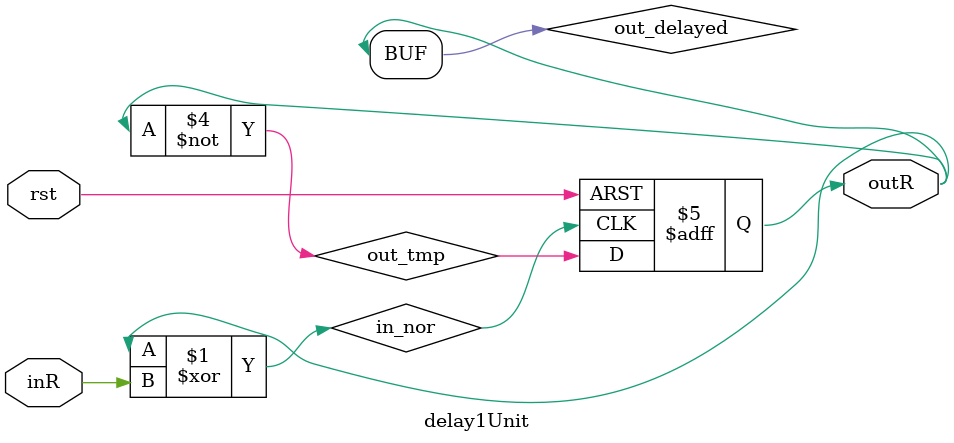
<source format=v>
`timescale 1ns / 1ps


(*dont_touch = "true"*)module delay1Unit(
	inR, outR, rst
    );
	input   rst;
	input	inR;
	output	outR;
	
	wire	in_nor, out_delayed, out_tmp;
    reg    outR;

assign in_nor = out_delayed ^ inR;

always @(posedge in_nor or negedge rst)
begin
  if(!rst)
    outR <= 1'b0;
  else
    outR <= out_tmp;
end

assign out_tmp = ~outR;
assign out_delayed = outR;

endmodule

</source>
